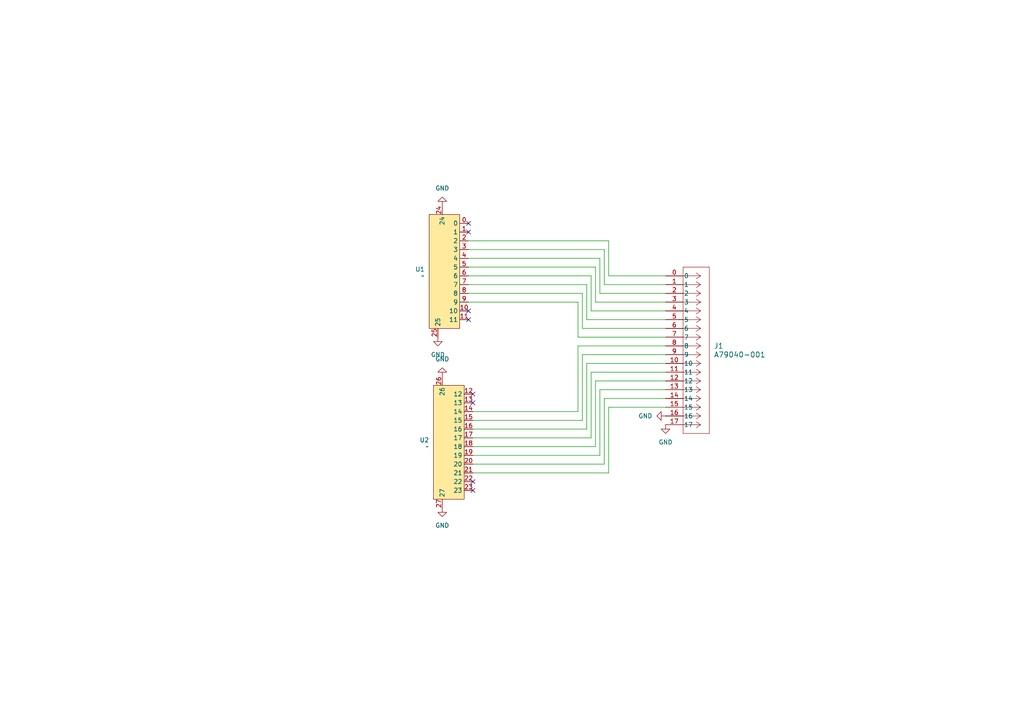
<source format=kicad_sch>
(kicad_sch
	(version 20250114)
	(generator "eeschema")
	(generator_version "9.0")
	(uuid "48b282e1-d1dc-4755-bd87-660842c9744a")
	(paper "A4")
	(lib_symbols
		(symbol "18pin omnetics:A79040-001"
			(pin_names
				(offset 0.254)
			)
			(exclude_from_sim no)
			(in_bom yes)
			(on_board yes)
			(property "Reference" "J1"
				(at 13.97 -20.3199 0)
				(effects
					(font
						(size 1.524 1.524)
					)
					(justify left)
				)
			)
			(property "Value" "A79040-001"
				(at 13.97 -22.8599 0)
				(effects
					(font
						(size 1.524 1.524)
					)
					(justify left)
				)
			)
			(property "Footprint" "CONN18_NPD-18-AA_OMN"
				(at 0 0 0)
				(effects
					(font
						(size 1.27 1.27)
						(italic yes)
					)
					(hide yes)
				)
			)
			(property "Datasheet" "A79040-001"
				(at 0 0 0)
				(effects
					(font
						(size 1.27 1.27)
						(italic yes)
					)
					(hide yes)
				)
			)
			(property "Description" ""
				(at 0 0 0)
				(effects
					(font
						(size 1.27 1.27)
					)
					(hide yes)
				)
			)
			(property "ki_locked" ""
				(at 0 0 0)
				(effects
					(font
						(size 1.27 1.27)
					)
				)
			)
			(property "ki_keywords" "A79040-001"
				(at 0 0 0)
				(effects
					(font
						(size 1.27 1.27)
					)
					(hide yes)
				)
			)
			(property "ki_fp_filters" "CONN18_NPD-18-AA_OMN"
				(at 0 0 0)
				(effects
					(font
						(size 1.27 1.27)
					)
					(hide yes)
				)
			)
			(symbol "A79040-001_1_1"
				(polyline
					(pts
						(xy 5.08 2.54) (xy 5.08 -45.72)
					)
					(stroke
						(width 0.127)
						(type default)
					)
					(fill
						(type none)
					)
				)
				(polyline
					(pts
						(xy 5.08 -45.72) (xy 12.7 -45.72)
					)
					(stroke
						(width 0.127)
						(type default)
					)
					(fill
						(type none)
					)
				)
				(polyline
					(pts
						(xy 10.16 0) (xy 5.08 0)
					)
					(stroke
						(width 0.127)
						(type default)
					)
					(fill
						(type none)
					)
				)
				(polyline
					(pts
						(xy 10.16 0) (xy 8.89 0.8467)
					)
					(stroke
						(width 0.127)
						(type default)
					)
					(fill
						(type none)
					)
				)
				(polyline
					(pts
						(xy 10.16 0) (xy 8.89 -0.8467)
					)
					(stroke
						(width 0.127)
						(type default)
					)
					(fill
						(type none)
					)
				)
				(polyline
					(pts
						(xy 10.16 -2.54) (xy 5.08 -2.54)
					)
					(stroke
						(width 0.127)
						(type default)
					)
					(fill
						(type none)
					)
				)
				(polyline
					(pts
						(xy 10.16 -2.54) (xy 8.89 -1.6933)
					)
					(stroke
						(width 0.127)
						(type default)
					)
					(fill
						(type none)
					)
				)
				(polyline
					(pts
						(xy 10.16 -2.54) (xy 8.89 -3.3867)
					)
					(stroke
						(width 0.127)
						(type default)
					)
					(fill
						(type none)
					)
				)
				(polyline
					(pts
						(xy 10.16 -5.08) (xy 5.08 -5.08)
					)
					(stroke
						(width 0.127)
						(type default)
					)
					(fill
						(type none)
					)
				)
				(polyline
					(pts
						(xy 10.16 -5.08) (xy 8.89 -4.2333)
					)
					(stroke
						(width 0.127)
						(type default)
					)
					(fill
						(type none)
					)
				)
				(polyline
					(pts
						(xy 10.16 -5.08) (xy 8.89 -5.9267)
					)
					(stroke
						(width 0.127)
						(type default)
					)
					(fill
						(type none)
					)
				)
				(polyline
					(pts
						(xy 10.16 -7.62) (xy 5.08 -7.62)
					)
					(stroke
						(width 0.127)
						(type default)
					)
					(fill
						(type none)
					)
				)
				(polyline
					(pts
						(xy 10.16 -7.62) (xy 8.89 -6.7733)
					)
					(stroke
						(width 0.127)
						(type default)
					)
					(fill
						(type none)
					)
				)
				(polyline
					(pts
						(xy 10.16 -7.62) (xy 8.89 -8.4667)
					)
					(stroke
						(width 0.127)
						(type default)
					)
					(fill
						(type none)
					)
				)
				(polyline
					(pts
						(xy 10.16 -10.16) (xy 5.08 -10.16)
					)
					(stroke
						(width 0.127)
						(type default)
					)
					(fill
						(type none)
					)
				)
				(polyline
					(pts
						(xy 10.16 -10.16) (xy 8.89 -9.3133)
					)
					(stroke
						(width 0.127)
						(type default)
					)
					(fill
						(type none)
					)
				)
				(polyline
					(pts
						(xy 10.16 -10.16) (xy 8.89 -11.0067)
					)
					(stroke
						(width 0.127)
						(type default)
					)
					(fill
						(type none)
					)
				)
				(polyline
					(pts
						(xy 10.16 -12.7) (xy 5.08 -12.7)
					)
					(stroke
						(width 0.127)
						(type default)
					)
					(fill
						(type none)
					)
				)
				(polyline
					(pts
						(xy 10.16 -12.7) (xy 8.89 -11.8533)
					)
					(stroke
						(width 0.127)
						(type default)
					)
					(fill
						(type none)
					)
				)
				(polyline
					(pts
						(xy 10.16 -12.7) (xy 8.89 -13.5467)
					)
					(stroke
						(width 0.127)
						(type default)
					)
					(fill
						(type none)
					)
				)
				(polyline
					(pts
						(xy 10.16 -15.24) (xy 5.08 -15.24)
					)
					(stroke
						(width 0.127)
						(type default)
					)
					(fill
						(type none)
					)
				)
				(polyline
					(pts
						(xy 10.16 -15.24) (xy 8.89 -14.3933)
					)
					(stroke
						(width 0.127)
						(type default)
					)
					(fill
						(type none)
					)
				)
				(polyline
					(pts
						(xy 10.16 -15.24) (xy 8.89 -16.0867)
					)
					(stroke
						(width 0.127)
						(type default)
					)
					(fill
						(type none)
					)
				)
				(polyline
					(pts
						(xy 10.16 -17.78) (xy 5.08 -17.78)
					)
					(stroke
						(width 0.127)
						(type default)
					)
					(fill
						(type none)
					)
				)
				(polyline
					(pts
						(xy 10.16 -17.78) (xy 8.89 -16.9333)
					)
					(stroke
						(width 0.127)
						(type default)
					)
					(fill
						(type none)
					)
				)
				(polyline
					(pts
						(xy 10.16 -17.78) (xy 8.89 -18.6267)
					)
					(stroke
						(width 0.127)
						(type default)
					)
					(fill
						(type none)
					)
				)
				(polyline
					(pts
						(xy 10.16 -20.32) (xy 5.08 -20.32)
					)
					(stroke
						(width 0.127)
						(type default)
					)
					(fill
						(type none)
					)
				)
				(polyline
					(pts
						(xy 10.16 -20.32) (xy 8.89 -19.4733)
					)
					(stroke
						(width 0.127)
						(type default)
					)
					(fill
						(type none)
					)
				)
				(polyline
					(pts
						(xy 10.16 -20.32) (xy 8.89 -21.1667)
					)
					(stroke
						(width 0.127)
						(type default)
					)
					(fill
						(type none)
					)
				)
				(polyline
					(pts
						(xy 10.16 -22.86) (xy 5.08 -22.86)
					)
					(stroke
						(width 0.127)
						(type default)
					)
					(fill
						(type none)
					)
				)
				(polyline
					(pts
						(xy 10.16 -22.86) (xy 8.89 -22.0133)
					)
					(stroke
						(width 0.127)
						(type default)
					)
					(fill
						(type none)
					)
				)
				(polyline
					(pts
						(xy 10.16 -22.86) (xy 8.89 -23.7067)
					)
					(stroke
						(width 0.127)
						(type default)
					)
					(fill
						(type none)
					)
				)
				(polyline
					(pts
						(xy 10.16 -25.4) (xy 5.08 -25.4)
					)
					(stroke
						(width 0.127)
						(type default)
					)
					(fill
						(type none)
					)
				)
				(polyline
					(pts
						(xy 10.16 -25.4) (xy 8.89 -24.5533)
					)
					(stroke
						(width 0.127)
						(type default)
					)
					(fill
						(type none)
					)
				)
				(polyline
					(pts
						(xy 10.16 -25.4) (xy 8.89 -26.2467)
					)
					(stroke
						(width 0.127)
						(type default)
					)
					(fill
						(type none)
					)
				)
				(polyline
					(pts
						(xy 10.16 -27.94) (xy 5.08 -27.94)
					)
					(stroke
						(width 0.127)
						(type default)
					)
					(fill
						(type none)
					)
				)
				(polyline
					(pts
						(xy 10.16 -27.94) (xy 8.89 -27.0933)
					)
					(stroke
						(width 0.127)
						(type default)
					)
					(fill
						(type none)
					)
				)
				(polyline
					(pts
						(xy 10.16 -27.94) (xy 8.89 -28.7867)
					)
					(stroke
						(width 0.127)
						(type default)
					)
					(fill
						(type none)
					)
				)
				(polyline
					(pts
						(xy 10.16 -30.48) (xy 5.08 -30.48)
					)
					(stroke
						(width 0.127)
						(type default)
					)
					(fill
						(type none)
					)
				)
				(polyline
					(pts
						(xy 10.16 -30.48) (xy 8.89 -29.6333)
					)
					(stroke
						(width 0.127)
						(type default)
					)
					(fill
						(type none)
					)
				)
				(polyline
					(pts
						(xy 10.16 -30.48) (xy 8.89 -31.3267)
					)
					(stroke
						(width 0.127)
						(type default)
					)
					(fill
						(type none)
					)
				)
				(polyline
					(pts
						(xy 10.16 -33.02) (xy 5.08 -33.02)
					)
					(stroke
						(width 0.127)
						(type default)
					)
					(fill
						(type none)
					)
				)
				(polyline
					(pts
						(xy 10.16 -33.02) (xy 8.89 -32.1733)
					)
					(stroke
						(width 0.127)
						(type default)
					)
					(fill
						(type none)
					)
				)
				(polyline
					(pts
						(xy 10.16 -33.02) (xy 8.89 -33.8667)
					)
					(stroke
						(width 0.127)
						(type default)
					)
					(fill
						(type none)
					)
				)
				(polyline
					(pts
						(xy 10.16 -35.56) (xy 5.08 -35.56)
					)
					(stroke
						(width 0.127)
						(type default)
					)
					(fill
						(type none)
					)
				)
				(polyline
					(pts
						(xy 10.16 -35.56) (xy 8.89 -34.7133)
					)
					(stroke
						(width 0.127)
						(type default)
					)
					(fill
						(type none)
					)
				)
				(polyline
					(pts
						(xy 10.16 -35.56) (xy 8.89 -36.4067)
					)
					(stroke
						(width 0.127)
						(type default)
					)
					(fill
						(type none)
					)
				)
				(polyline
					(pts
						(xy 10.16 -38.1) (xy 5.08 -38.1)
					)
					(stroke
						(width 0.127)
						(type default)
					)
					(fill
						(type none)
					)
				)
				(polyline
					(pts
						(xy 10.16 -38.1) (xy 8.89 -37.2533)
					)
					(stroke
						(width 0.127)
						(type default)
					)
					(fill
						(type none)
					)
				)
				(polyline
					(pts
						(xy 10.16 -38.1) (xy 8.89 -38.9467)
					)
					(stroke
						(width 0.127)
						(type default)
					)
					(fill
						(type none)
					)
				)
				(polyline
					(pts
						(xy 10.16 -40.64) (xy 5.08 -40.64)
					)
					(stroke
						(width 0.127)
						(type default)
					)
					(fill
						(type none)
					)
				)
				(polyline
					(pts
						(xy 10.16 -40.64) (xy 8.89 -39.7933)
					)
					(stroke
						(width 0.127)
						(type default)
					)
					(fill
						(type none)
					)
				)
				(polyline
					(pts
						(xy 10.16 -40.64) (xy 8.89 -41.4867)
					)
					(stroke
						(width 0.127)
						(type default)
					)
					(fill
						(type none)
					)
				)
				(polyline
					(pts
						(xy 10.16 -43.18) (xy 5.08 -43.18)
					)
					(stroke
						(width 0.127)
						(type default)
					)
					(fill
						(type none)
					)
				)
				(polyline
					(pts
						(xy 10.16 -43.18) (xy 8.89 -42.3333)
					)
					(stroke
						(width 0.127)
						(type default)
					)
					(fill
						(type none)
					)
				)
				(polyline
					(pts
						(xy 10.16 -43.18) (xy 8.89 -44.0267)
					)
					(stroke
						(width 0.127)
						(type default)
					)
					(fill
						(type none)
					)
				)
				(polyline
					(pts
						(xy 12.7 2.54) (xy 5.08 2.54)
					)
					(stroke
						(width 0.127)
						(type default)
					)
					(fill
						(type none)
					)
				)
				(polyline
					(pts
						(xy 12.7 -45.72) (xy 12.7 2.54)
					)
					(stroke
						(width 0.127)
						(type default)
					)
					(fill
						(type none)
					)
				)
				(pin unspecified line
					(at 0 0 0)
					(length 5.08)
					(name "0"
						(effects
							(font
								(size 1.27 1.27)
							)
						)
					)
					(number "0"
						(effects
							(font
								(size 1.27 1.27)
							)
						)
					)
				)
				(pin unspecified line
					(at 0 -2.54 0)
					(length 5.08)
					(name "1"
						(effects
							(font
								(size 1.27 1.27)
							)
						)
					)
					(number "1"
						(effects
							(font
								(size 1.27 1.27)
							)
						)
					)
				)
				(pin unspecified line
					(at 0 -5.08 0)
					(length 5.08)
					(name "2"
						(effects
							(font
								(size 1.27 1.27)
							)
						)
					)
					(number "2"
						(effects
							(font
								(size 1.27 1.27)
							)
						)
					)
				)
				(pin unspecified line
					(at 0 -7.62 0)
					(length 5.08)
					(name "3"
						(effects
							(font
								(size 1.27 1.27)
							)
						)
					)
					(number "3"
						(effects
							(font
								(size 1.27 1.27)
							)
						)
					)
				)
				(pin unspecified line
					(at 0 -10.16 0)
					(length 5.08)
					(name "4"
						(effects
							(font
								(size 1.27 1.27)
							)
						)
					)
					(number "4"
						(effects
							(font
								(size 1.27 1.27)
							)
						)
					)
				)
				(pin unspecified line
					(at 0 -12.7 0)
					(length 5.08)
					(name "5"
						(effects
							(font
								(size 1.27 1.27)
							)
						)
					)
					(number "5"
						(effects
							(font
								(size 1.27 1.27)
							)
						)
					)
				)
				(pin unspecified line
					(at 0 -15.24 0)
					(length 5.08)
					(name "6"
						(effects
							(font
								(size 1.27 1.27)
							)
						)
					)
					(number "6"
						(effects
							(font
								(size 1.27 1.27)
							)
						)
					)
				)
				(pin unspecified line
					(at 0 -17.78 0)
					(length 5.08)
					(name "7"
						(effects
							(font
								(size 1.27 1.27)
							)
						)
					)
					(number "7"
						(effects
							(font
								(size 1.27 1.27)
							)
						)
					)
				)
				(pin unspecified line
					(at 0 -20.32 0)
					(length 5.08)
					(name "8"
						(effects
							(font
								(size 1.27 1.27)
							)
						)
					)
					(number "8"
						(effects
							(font
								(size 1.27 1.27)
							)
						)
					)
				)
				(pin unspecified line
					(at 0 -22.86 0)
					(length 5.08)
					(name "9"
						(effects
							(font
								(size 1.27 1.27)
							)
						)
					)
					(number "9"
						(effects
							(font
								(size 1.27 1.27)
							)
						)
					)
				)
				(pin unspecified line
					(at 0 -25.4 0)
					(length 5.08)
					(name "10"
						(effects
							(font
								(size 1.27 1.27)
							)
						)
					)
					(number "10"
						(effects
							(font
								(size 1.27 1.27)
							)
						)
					)
				)
				(pin unspecified line
					(at 0 -27.94 0)
					(length 5.08)
					(name "11"
						(effects
							(font
								(size 1.27 1.27)
							)
						)
					)
					(number "11"
						(effects
							(font
								(size 1.27 1.27)
							)
						)
					)
				)
				(pin unspecified line
					(at 0 -30.48 0)
					(length 5.08)
					(name "12"
						(effects
							(font
								(size 1.27 1.27)
							)
						)
					)
					(number "12"
						(effects
							(font
								(size 1.27 1.27)
							)
						)
					)
				)
				(pin unspecified line
					(at 0 -33.02 0)
					(length 5.08)
					(name "13"
						(effects
							(font
								(size 1.27 1.27)
							)
						)
					)
					(number "13"
						(effects
							(font
								(size 1.27 1.27)
							)
						)
					)
				)
				(pin unspecified line
					(at 0 -35.56 0)
					(length 5.08)
					(name "14"
						(effects
							(font
								(size 1.27 1.27)
							)
						)
					)
					(number "14"
						(effects
							(font
								(size 1.27 1.27)
							)
						)
					)
				)
				(pin unspecified line
					(at 0 -38.1 0)
					(length 5.08)
					(name "15"
						(effects
							(font
								(size 1.27 1.27)
							)
						)
					)
					(number "15"
						(effects
							(font
								(size 1.27 1.27)
							)
						)
					)
				)
				(pin unspecified line
					(at 0 -40.64 0)
					(length 5.08)
					(name "16"
						(effects
							(font
								(size 1.27 1.27)
							)
						)
					)
					(number "16"
						(effects
							(font
								(size 1.27 1.27)
							)
						)
					)
				)
				(pin unspecified line
					(at 0 -43.18 0)
					(length 5.08)
					(name "17"
						(effects
							(font
								(size 1.27 1.27)
							)
						)
					)
					(number "17"
						(effects
							(font
								(size 1.27 1.27)
							)
						)
					)
				)
			)
			(symbol "A79040-001_1_2"
				(polyline
					(pts
						(xy 5.08 2.54) (xy 5.08 -45.72)
					)
					(stroke
						(width 0.127)
						(type default)
					)
					(fill
						(type none)
					)
				)
				(polyline
					(pts
						(xy 5.08 -45.72) (xy 12.7 -45.72)
					)
					(stroke
						(width 0.127)
						(type default)
					)
					(fill
						(type none)
					)
				)
				(polyline
					(pts
						(xy 7.62 0) (xy 5.08 0)
					)
					(stroke
						(width 0.127)
						(type default)
					)
					(fill
						(type none)
					)
				)
				(polyline
					(pts
						(xy 7.62 0) (xy 8.89 0.8467)
					)
					(stroke
						(width 0.127)
						(type default)
					)
					(fill
						(type none)
					)
				)
				(polyline
					(pts
						(xy 7.62 0) (xy 8.89 -0.8467)
					)
					(stroke
						(width 0.127)
						(type default)
					)
					(fill
						(type none)
					)
				)
				(polyline
					(pts
						(xy 7.62 -2.54) (xy 5.08 -2.54)
					)
					(stroke
						(width 0.127)
						(type default)
					)
					(fill
						(type none)
					)
				)
				(polyline
					(pts
						(xy 7.62 -2.54) (xy 8.89 -1.6933)
					)
					(stroke
						(width 0.127)
						(type default)
					)
					(fill
						(type none)
					)
				)
				(polyline
					(pts
						(xy 7.62 -2.54) (xy 8.89 -3.3867)
					)
					(stroke
						(width 0.127)
						(type default)
					)
					(fill
						(type none)
					)
				)
				(polyline
					(pts
						(xy 7.62 -5.08) (xy 5.08 -5.08)
					)
					(stroke
						(width 0.127)
						(type default)
					)
					(fill
						(type none)
					)
				)
				(polyline
					(pts
						(xy 7.62 -5.08) (xy 8.89 -4.2333)
					)
					(stroke
						(width 0.127)
						(type default)
					)
					(fill
						(type none)
					)
				)
				(polyline
					(pts
						(xy 7.62 -5.08) (xy 8.89 -5.9267)
					)
					(stroke
						(width 0.127)
						(type default)
					)
					(fill
						(type none)
					)
				)
				(polyline
					(pts
						(xy 7.62 -7.62) (xy 5.08 -7.62)
					)
					(stroke
						(width 0.127)
						(type default)
					)
					(fill
						(type none)
					)
				)
				(polyline
					(pts
						(xy 7.62 -7.62) (xy 8.89 -6.7733)
					)
					(stroke
						(width 0.127)
						(type default)
					)
					(fill
						(type none)
					)
				)
				(polyline
					(pts
						(xy 7.62 -7.62) (xy 8.89 -8.4667)
					)
					(stroke
						(width 0.127)
						(type default)
					)
					(fill
						(type none)
					)
				)
				(polyline
					(pts
						(xy 7.62 -10.16) (xy 5.08 -10.16)
					)
					(stroke
						(width 0.127)
						(type default)
					)
					(fill
						(type none)
					)
				)
				(polyline
					(pts
						(xy 7.62 -10.16) (xy 8.89 -9.3133)
					)
					(stroke
						(width 0.127)
						(type default)
					)
					(fill
						(type none)
					)
				)
				(polyline
					(pts
						(xy 7.62 -10.16) (xy 8.89 -11.0067)
					)
					(stroke
						(width 0.127)
						(type default)
					)
					(fill
						(type none)
					)
				)
				(polyline
					(pts
						(xy 7.62 -12.7) (xy 5.08 -12.7)
					)
					(stroke
						(width 0.127)
						(type default)
					)
					(fill
						(type none)
					)
				)
				(polyline
					(pts
						(xy 7.62 -12.7) (xy 8.89 -11.8533)
					)
					(stroke
						(width 0.127)
						(type default)
					)
					(fill
						(type none)
					)
				)
				(polyline
					(pts
						(xy 7.62 -12.7) (xy 8.89 -13.5467)
					)
					(stroke
						(width 0.127)
						(type default)
					)
					(fill
						(type none)
					)
				)
				(polyline
					(pts
						(xy 7.62 -15.24) (xy 5.08 -15.24)
					)
					(stroke
						(width 0.127)
						(type default)
					)
					(fill
						(type none)
					)
				)
				(polyline
					(pts
						(xy 7.62 -15.24) (xy 8.89 -14.3933)
					)
					(stroke
						(width 0.127)
						(type default)
					)
					(fill
						(type none)
					)
				)
				(polyline
					(pts
						(xy 7.62 -15.24) (xy 8.89 -16.0867)
					)
					(stroke
						(width 0.127)
						(type default)
					)
					(fill
						(type none)
					)
				)
				(polyline
					(pts
						(xy 7.62 -17.78) (xy 5.08 -17.78)
					)
					(stroke
						(width 0.127)
						(type default)
					)
					(fill
						(type none)
					)
				)
				(polyline
					(pts
						(xy 7.62 -17.78) (xy 8.89 -16.9333)
					)
					(stroke
						(width 0.127)
						(type default)
					)
					(fill
						(type none)
					)
				)
				(polyline
					(pts
						(xy 7.62 -17.78) (xy 8.89 -18.6267)
					)
					(stroke
						(width 0.127)
						(type default)
					)
					(fill
						(type none)
					)
				)
				(polyline
					(pts
						(xy 7.62 -20.32) (xy 5.08 -20.32)
					)
					(stroke
						(width 0.127)
						(type default)
					)
					(fill
						(type none)
					)
				)
				(polyline
					(pts
						(xy 7.62 -20.32) (xy 8.89 -19.4733)
					)
					(stroke
						(width 0.127)
						(type default)
					)
					(fill
						(type none)
					)
				)
				(polyline
					(pts
						(xy 7.62 -20.32) (xy 8.89 -21.1667)
					)
					(stroke
						(width 0.127)
						(type default)
					)
					(fill
						(type none)
					)
				)
				(polyline
					(pts
						(xy 7.62 -22.86) (xy 5.08 -22.86)
					)
					(stroke
						(width 0.127)
						(type default)
					)
					(fill
						(type none)
					)
				)
				(polyline
					(pts
						(xy 7.62 -22.86) (xy 8.89 -22.0133)
					)
					(stroke
						(width 0.127)
						(type default)
					)
					(fill
						(type none)
					)
				)
				(polyline
					(pts
						(xy 7.62 -22.86) (xy 8.89 -23.7067)
					)
					(stroke
						(width 0.127)
						(type default)
					)
					(fill
						(type none)
					)
				)
				(polyline
					(pts
						(xy 7.62 -25.4) (xy 5.08 -25.4)
					)
					(stroke
						(width 0.127)
						(type default)
					)
					(fill
						(type none)
					)
				)
				(polyline
					(pts
						(xy 7.62 -25.4) (xy 8.89 -24.5533)
					)
					(stroke
						(width 0.127)
						(type default)
					)
					(fill
						(type none)
					)
				)
				(polyline
					(pts
						(xy 7.62 -25.4) (xy 8.89 -26.2467)
					)
					(stroke
						(width 0.127)
						(type default)
					)
					(fill
						(type none)
					)
				)
				(polyline
					(pts
						(xy 7.62 -27.94) (xy 5.08 -27.94)
					)
					(stroke
						(width 0.127)
						(type default)
					)
					(fill
						(type none)
					)
				)
				(polyline
					(pts
						(xy 7.62 -27.94) (xy 8.89 -27.0933)
					)
					(stroke
						(width 0.127)
						(type default)
					)
					(fill
						(type none)
					)
				)
				(polyline
					(pts
						(xy 7.62 -27.94) (xy 8.89 -28.7867)
					)
					(stroke
						(width 0.127)
						(type default)
					)
					(fill
						(type none)
					)
				)
				(polyline
					(pts
						(xy 7.62 -30.48) (xy 5.08 -30.48)
					)
					(stroke
						(width 0.127)
						(type default)
					)
					(fill
						(type none)
					)
				)
				(polyline
					(pts
						(xy 7.62 -30.48) (xy 8.89 -29.6333)
					)
					(stroke
						(width 0.127)
						(type default)
					)
					(fill
						(type none)
					)
				)
				(polyline
					(pts
						(xy 7.62 -30.48) (xy 8.89 -31.3267)
					)
					(stroke
						(width 0.127)
						(type default)
					)
					(fill
						(type none)
					)
				)
				(polyline
					(pts
						(xy 7.62 -33.02) (xy 5.08 -33.02)
					)
					(stroke
						(width 0.127)
						(type default)
					)
					(fill
						(type none)
					)
				)
				(polyline
					(pts
						(xy 7.62 -33.02) (xy 8.89 -32.1733)
					)
					(stroke
						(width 0.127)
						(type default)
					)
					(fill
						(type none)
					)
				)
				(polyline
					(pts
						(xy 7.62 -33.02) (xy 8.89 -33.8667)
					)
					(stroke
						(width 0.127)
						(type default)
					)
					(fill
						(type none)
					)
				)
				(polyline
					(pts
						(xy 7.62 -35.56) (xy 5.08 -35.56)
					)
					(stroke
						(width 0.127)
						(type default)
					)
					(fill
						(type none)
					)
				)
				(polyline
					(pts
						(xy 7.62 -35.56) (xy 8.89 -34.7133)
					)
					(stroke
						(width 0.127)
						(type default)
					)
					(fill
						(type none)
					)
				)
				(polyline
					(pts
						(xy 7.62 -35.56) (xy 8.89 -36.4067)
					)
					(stroke
						(width 0.127)
						(type default)
					)
					(fill
						(type none)
					)
				)
				(polyline
					(pts
						(xy 7.62 -38.1) (xy 5.08 -38.1)
					)
					(stroke
						(width 0.127)
						(type default)
					)
					(fill
						(type none)
					)
				)
				(polyline
					(pts
						(xy 7.62 -38.1) (xy 8.89 -37.2533)
					)
					(stroke
						(width 0.127)
						(type default)
					)
					(fill
						(type none)
					)
				)
				(polyline
					(pts
						(xy 7.62 -38.1) (xy 8.89 -38.9467)
					)
					(stroke
						(width 0.127)
						(type default)
					)
					(fill
						(type none)
					)
				)
				(polyline
					(pts
						(xy 7.62 -40.64) (xy 5.08 -40.64)
					)
					(stroke
						(width 0.127)
						(type default)
					)
					(fill
						(type none)
					)
				)
				(polyline
					(pts
						(xy 7.62 -40.64) (xy 8.89 -39.7933)
					)
					(stroke
						(width 0.127)
						(type default)
					)
					(fill
						(type none)
					)
				)
				(polyline
					(pts
						(xy 7.62 -40.64) (xy 8.89 -41.4867)
					)
					(stroke
						(width 0.127)
						(type default)
					)
					(fill
						(type none)
					)
				)
				(polyline
					(pts
						(xy 7.62 -43.18) (xy 5.08 -43.18)
					)
					(stroke
						(width 0.127)
						(type default)
					)
					(fill
						(type none)
					)
				)
				(polyline
					(pts
						(xy 7.62 -43.18) (xy 8.89 -42.3333)
					)
					(stroke
						(width 0.127)
						(type default)
					)
					(fill
						(type none)
					)
				)
				(polyline
					(pts
						(xy 7.62 -43.18) (xy 8.89 -44.0267)
					)
					(stroke
						(width 0.127)
						(type default)
					)
					(fill
						(type none)
					)
				)
				(polyline
					(pts
						(xy 12.7 2.54) (xy 5.08 2.54)
					)
					(stroke
						(width 0.127)
						(type default)
					)
					(fill
						(type none)
					)
				)
				(polyline
					(pts
						(xy 12.7 -45.72) (xy 12.7 2.54)
					)
					(stroke
						(width 0.127)
						(type default)
					)
					(fill
						(type none)
					)
				)
				(pin unspecified line
					(at 0 0 0)
					(length 5.08)
					(name "1"
						(effects
							(font
								(size 1.27 1.27)
							)
						)
					)
					(number "1"
						(effects
							(font
								(size 1.27 1.27)
							)
						)
					)
				)
				(pin unspecified line
					(at 0 -2.54 0)
					(length 5.08)
					(name "2"
						(effects
							(font
								(size 1.27 1.27)
							)
						)
					)
					(number "2"
						(effects
							(font
								(size 1.27 1.27)
							)
						)
					)
				)
				(pin unspecified line
					(at 0 -5.08 0)
					(length 5.08)
					(name "3"
						(effects
							(font
								(size 1.27 1.27)
							)
						)
					)
					(number "3"
						(effects
							(font
								(size 1.27 1.27)
							)
						)
					)
				)
				(pin unspecified line
					(at 0 -7.62 0)
					(length 5.08)
					(name "4"
						(effects
							(font
								(size 1.27 1.27)
							)
						)
					)
					(number "4"
						(effects
							(font
								(size 1.27 1.27)
							)
						)
					)
				)
				(pin unspecified line
					(at 0 -10.16 0)
					(length 5.08)
					(name "5"
						(effects
							(font
								(size 1.27 1.27)
							)
						)
					)
					(number "5"
						(effects
							(font
								(size 1.27 1.27)
							)
						)
					)
				)
				(pin unspecified line
					(at 0 -12.7 0)
					(length 5.08)
					(name "6"
						(effects
							(font
								(size 1.27 1.27)
							)
						)
					)
					(number "6"
						(effects
							(font
								(size 1.27 1.27)
							)
						)
					)
				)
				(pin unspecified line
					(at 0 -15.24 0)
					(length 5.08)
					(name "7"
						(effects
							(font
								(size 1.27 1.27)
							)
						)
					)
					(number "7"
						(effects
							(font
								(size 1.27 1.27)
							)
						)
					)
				)
				(pin unspecified line
					(at 0 -17.78 0)
					(length 5.08)
					(name "8"
						(effects
							(font
								(size 1.27 1.27)
							)
						)
					)
					(number "8"
						(effects
							(font
								(size 1.27 1.27)
							)
						)
					)
				)
				(pin unspecified line
					(at 0 -20.32 0)
					(length 5.08)
					(name "9"
						(effects
							(font
								(size 1.27 1.27)
							)
						)
					)
					(number "9"
						(effects
							(font
								(size 1.27 1.27)
							)
						)
					)
				)
				(pin unspecified line
					(at 0 -22.86 0)
					(length 5.08)
					(name "10"
						(effects
							(font
								(size 1.27 1.27)
							)
						)
					)
					(number "10"
						(effects
							(font
								(size 1.27 1.27)
							)
						)
					)
				)
				(pin unspecified line
					(at 0 -25.4 0)
					(length 5.08)
					(name "11"
						(effects
							(font
								(size 1.27 1.27)
							)
						)
					)
					(number "11"
						(effects
							(font
								(size 1.27 1.27)
							)
						)
					)
				)
				(pin unspecified line
					(at 0 -27.94 0)
					(length 5.08)
					(name "12"
						(effects
							(font
								(size 1.27 1.27)
							)
						)
					)
					(number "12"
						(effects
							(font
								(size 1.27 1.27)
							)
						)
					)
				)
				(pin unspecified line
					(at 0 -30.48 0)
					(length 5.08)
					(name "13"
						(effects
							(font
								(size 1.27 1.27)
							)
						)
					)
					(number "13"
						(effects
							(font
								(size 1.27 1.27)
							)
						)
					)
				)
				(pin unspecified line
					(at 0 -33.02 0)
					(length 5.08)
					(name "14"
						(effects
							(font
								(size 1.27 1.27)
							)
						)
					)
					(number "14"
						(effects
							(font
								(size 1.27 1.27)
							)
						)
					)
				)
				(pin unspecified line
					(at 0 -35.56 0)
					(length 5.08)
					(name "15"
						(effects
							(font
								(size 1.27 1.27)
							)
						)
					)
					(number "15"
						(effects
							(font
								(size 1.27 1.27)
							)
						)
					)
				)
				(pin unspecified line
					(at 0 -38.1 0)
					(length 5.08)
					(name "16"
						(effects
							(font
								(size 1.27 1.27)
							)
						)
					)
					(number "16"
						(effects
							(font
								(size 1.27 1.27)
							)
						)
					)
				)
				(pin unspecified line
					(at 0 -40.64 0)
					(length 5.08)
					(name "17"
						(effects
							(font
								(size 1.27 1.27)
							)
						)
					)
					(number "17"
						(effects
							(font
								(size 1.27 1.27)
							)
						)
					)
				)
				(pin unspecified line
					(at 0 -43.18 0)
					(length 5.08)
					(name "18"
						(effects
							(font
								(size 1.27 1.27)
							)
						)
					)
					(number "18"
						(effects
							(font
								(size 1.27 1.27)
							)
						)
					)
				)
			)
			(embedded_fonts no)
		)
		(symbol "USB plug:699C124-2A6-111_USB_first half"
			(exclude_from_sim no)
			(in_bom yes)
			(on_board yes)
			(property "Reference" "U1"
				(at -1.27 -15.8749 0)
				(effects
					(font
						(size 1.27 1.27)
					)
					(justify right)
				)
			)
			(property "Value" "~"
				(at -1.27 -17.78 0)
				(effects
					(font
						(size 1.27 1.27)
					)
					(justify right)
				)
			)
			(property "Footprint" "USBPlug:699C124-2A6-111 USB Plug_first half"
				(at -1.27 -34.29 0)
				(effects
					(font
						(size 1.27 1.27)
					)
					(hide yes)
				)
			)
			(property "Datasheet" ""
				(at 0 0 0)
				(effects
					(font
						(size 1.27 1.27)
					)
					(hide yes)
				)
			)
			(property "Description" ""
				(at 0 0 0)
				(effects
					(font
						(size 1.27 1.27)
					)
					(hide yes)
				)
			)
			(symbol "699C124-2A6-111_USB_first half_1_1"
				(rectangle
					(start 0 0)
					(end 8.89 -33.02)
					(stroke
						(width 0)
						(type solid)
					)
					(fill
						(type color)
						(color 255 234 158 1)
					)
				)
				(pin unspecified line
					(at 2.54 -35.56 90)
					(length 2.54)
					(name "25"
						(effects
							(font
								(size 1.27 1.27)
							)
						)
					)
					(number "25"
						(effects
							(font
								(size 1.27 1.27)
							)
						)
					)
				)
				(pin unspecified line
					(at 3.81 2.54 270)
					(length 2.54)
					(name "24"
						(effects
							(font
								(size 1.27 1.27)
							)
						)
					)
					(number "24"
						(effects
							(font
								(size 1.27 1.27)
							)
						)
					)
				)
				(pin unspecified line
					(at 11.43 -2.54 180)
					(length 2.54)
					(name "0"
						(effects
							(font
								(size 1.27 1.27)
							)
						)
					)
					(number "0"
						(effects
							(font
								(size 1.27 1.27)
							)
						)
					)
				)
				(pin unspecified line
					(at 11.43 -5.08 180)
					(length 2.54)
					(name "1"
						(effects
							(font
								(size 1.27 1.27)
							)
						)
					)
					(number "1"
						(effects
							(font
								(size 1.27 1.27)
							)
						)
					)
				)
				(pin unspecified line
					(at 11.43 -7.62 180)
					(length 2.54)
					(name "2"
						(effects
							(font
								(size 1.27 1.27)
							)
						)
					)
					(number "2"
						(effects
							(font
								(size 1.27 1.27)
							)
						)
					)
				)
				(pin unspecified line
					(at 11.43 -10.16 180)
					(length 2.54)
					(name "3"
						(effects
							(font
								(size 1.27 1.27)
							)
						)
					)
					(number "3"
						(effects
							(font
								(size 1.27 1.27)
							)
						)
					)
				)
				(pin unspecified line
					(at 11.43 -12.7 180)
					(length 2.54)
					(name "4"
						(effects
							(font
								(size 1.27 1.27)
							)
						)
					)
					(number "4"
						(effects
							(font
								(size 1.27 1.27)
							)
						)
					)
				)
				(pin unspecified line
					(at 11.43 -15.24 180)
					(length 2.54)
					(name "5"
						(effects
							(font
								(size 1.27 1.27)
							)
						)
					)
					(number "5"
						(effects
							(font
								(size 1.27 1.27)
							)
						)
					)
				)
				(pin unspecified line
					(at 11.43 -17.78 180)
					(length 2.54)
					(name "6"
						(effects
							(font
								(size 1.27 1.27)
							)
						)
					)
					(number "6"
						(effects
							(font
								(size 1.27 1.27)
							)
						)
					)
				)
				(pin unspecified line
					(at 11.43 -20.32 180)
					(length 2.54)
					(name "7"
						(effects
							(font
								(size 1.27 1.27)
							)
						)
					)
					(number "7"
						(effects
							(font
								(size 1.27 1.27)
							)
						)
					)
				)
				(pin unspecified line
					(at 11.43 -22.86 180)
					(length 2.54)
					(name "8"
						(effects
							(font
								(size 1.27 1.27)
							)
						)
					)
					(number "8"
						(effects
							(font
								(size 1.27 1.27)
							)
						)
					)
				)
				(pin unspecified line
					(at 11.43 -25.4 180)
					(length 2.54)
					(name "9"
						(effects
							(font
								(size 1.27 1.27)
							)
						)
					)
					(number "9"
						(effects
							(font
								(size 1.27 1.27)
							)
						)
					)
				)
				(pin unspecified line
					(at 11.43 -27.94 180)
					(length 2.54)
					(name "10"
						(effects
							(font
								(size 1.27 1.27)
							)
						)
					)
					(number "10"
						(effects
							(font
								(size 1.27 1.27)
							)
						)
					)
				)
				(pin unspecified line
					(at 11.43 -30.48 180)
					(length 2.54)
					(name "11"
						(effects
							(font
								(size 1.27 1.27)
							)
						)
					)
					(number "11"
						(effects
							(font
								(size 1.27 1.27)
							)
						)
					)
				)
			)
			(embedded_fonts no)
		)
		(symbol "USB plug:699C124-2A6-111_USB_second_half"
			(exclude_from_sim no)
			(in_bom yes)
			(on_board yes)
			(property "Reference" "U2"
				(at 1.27 -15.8749 0)
				(effects
					(font
						(size 1.27 1.27)
					)
					(justify left)
				)
			)
			(property "Value" "~"
				(at 1.27 -17.78 0)
				(effects
					(font
						(size 1.27 1.27)
					)
					(justify left)
				)
			)
			(property "Footprint" "USBPlug:699C124-2A6-111 USB Plug_second half"
				(at -1.27 -34.29 0)
				(effects
					(font
						(size 1.27 1.27)
					)
					(hide yes)
				)
			)
			(property "Datasheet" ""
				(at 0 0 0)
				(effects
					(font
						(size 1.27 1.27)
					)
					(hide yes)
				)
			)
			(property "Description" ""
				(at 0 0 0)
				(effects
					(font
						(size 1.27 1.27)
					)
					(hide yes)
				)
			)
			(symbol "699C124-2A6-111_USB_second_half_1_1"
				(rectangle
					(start -8.89 0)
					(end 0 -33.02)
					(stroke
						(width 0)
						(type solid)
					)
					(fill
						(type color)
						(color 255 234 158 1)
					)
				)
				(pin unspecified line
					(at -11.43 -2.54 0)
					(length 2.54)
					(name "12"
						(effects
							(font
								(size 1.27 1.27)
							)
						)
					)
					(number "12"
						(effects
							(font
								(size 1.27 1.27)
							)
						)
					)
				)
				(pin unspecified line
					(at -11.43 -5.08 0)
					(length 2.54)
					(name "13"
						(effects
							(font
								(size 1.27 1.27)
							)
						)
					)
					(number "13"
						(effects
							(font
								(size 1.27 1.27)
							)
						)
					)
				)
				(pin unspecified line
					(at -11.43 -7.62 0)
					(length 2.54)
					(name "14"
						(effects
							(font
								(size 1.27 1.27)
							)
						)
					)
					(number "14"
						(effects
							(font
								(size 1.27 1.27)
							)
						)
					)
				)
				(pin unspecified line
					(at -11.43 -10.16 0)
					(length 2.54)
					(name "15"
						(effects
							(font
								(size 1.27 1.27)
							)
						)
					)
					(number "15"
						(effects
							(font
								(size 1.27 1.27)
							)
						)
					)
				)
				(pin unspecified line
					(at -11.43 -12.7 0)
					(length 2.54)
					(name "16"
						(effects
							(font
								(size 1.27 1.27)
							)
						)
					)
					(number "16"
						(effects
							(font
								(size 1.27 1.27)
							)
						)
					)
				)
				(pin unspecified line
					(at -11.43 -15.24 0)
					(length 2.54)
					(name "17"
						(effects
							(font
								(size 1.27 1.27)
							)
						)
					)
					(number "17"
						(effects
							(font
								(size 1.27 1.27)
							)
						)
					)
				)
				(pin unspecified line
					(at -11.43 -17.78 0)
					(length 2.54)
					(name "18"
						(effects
							(font
								(size 1.27 1.27)
							)
						)
					)
					(number "18"
						(effects
							(font
								(size 1.27 1.27)
							)
						)
					)
				)
				(pin unspecified line
					(at -11.43 -20.32 0)
					(length 2.54)
					(name "19"
						(effects
							(font
								(size 1.27 1.27)
							)
						)
					)
					(number "19"
						(effects
							(font
								(size 1.27 1.27)
							)
						)
					)
				)
				(pin unspecified line
					(at -11.43 -22.86 0)
					(length 2.54)
					(name "20"
						(effects
							(font
								(size 1.27 1.27)
							)
						)
					)
					(number "20"
						(effects
							(font
								(size 1.27 1.27)
							)
						)
					)
				)
				(pin unspecified line
					(at -11.43 -25.4 0)
					(length 2.54)
					(name "21"
						(effects
							(font
								(size 1.27 1.27)
							)
						)
					)
					(number "21"
						(effects
							(font
								(size 1.27 1.27)
							)
						)
					)
				)
				(pin unspecified line
					(at -11.43 -27.94 0)
					(length 2.54)
					(name "22"
						(effects
							(font
								(size 1.27 1.27)
							)
						)
					)
					(number "22"
						(effects
							(font
								(size 1.27 1.27)
							)
						)
					)
				)
				(pin unspecified line
					(at -11.43 -30.48 0)
					(length 2.54)
					(name "23"
						(effects
							(font
								(size 1.27 1.27)
							)
						)
					)
					(number "23"
						(effects
							(font
								(size 1.27 1.27)
							)
						)
					)
				)
				(pin unspecified line
					(at -2.54 2.54 270)
					(length 2.54)
					(name "26"
						(effects
							(font
								(size 1.27 1.27)
							)
						)
					)
					(number "26"
						(effects
							(font
								(size 1.27 1.27)
							)
						)
					)
				)
				(pin unspecified line
					(at -2.54 -35.56 90)
					(length 2.54)
					(name "27"
						(effects
							(font
								(size 1.27 1.27)
							)
						)
					)
					(number "27"
						(effects
							(font
								(size 1.27 1.27)
							)
						)
					)
				)
			)
			(embedded_fonts no)
		)
		(symbol "power:GND"
			(power)
			(pin_numbers
				(hide yes)
			)
			(pin_names
				(offset 0)
				(hide yes)
			)
			(exclude_from_sim no)
			(in_bom yes)
			(on_board yes)
			(property "Reference" "#PWR"
				(at 0 -6.35 0)
				(effects
					(font
						(size 1.27 1.27)
					)
					(hide yes)
				)
			)
			(property "Value" "GND"
				(at 0 -3.81 0)
				(effects
					(font
						(size 1.27 1.27)
					)
				)
			)
			(property "Footprint" ""
				(at 0 0 0)
				(effects
					(font
						(size 1.27 1.27)
					)
					(hide yes)
				)
			)
			(property "Datasheet" ""
				(at 0 0 0)
				(effects
					(font
						(size 1.27 1.27)
					)
					(hide yes)
				)
			)
			(property "Description" "Power symbol creates a global label with name \"GND\" , ground"
				(at 0 0 0)
				(effects
					(font
						(size 1.27 1.27)
					)
					(hide yes)
				)
			)
			(property "ki_keywords" "global power"
				(at 0 0 0)
				(effects
					(font
						(size 1.27 1.27)
					)
					(hide yes)
				)
			)
			(symbol "GND_0_1"
				(polyline
					(pts
						(xy 0 0) (xy 0 -1.27) (xy 1.27 -1.27) (xy 0 -2.54) (xy -1.27 -1.27) (xy 0 -1.27)
					)
					(stroke
						(width 0)
						(type default)
					)
					(fill
						(type none)
					)
				)
			)
			(symbol "GND_1_1"
				(pin power_in line
					(at 0 0 270)
					(length 0)
					(name "~"
						(effects
							(font
								(size 1.27 1.27)
							)
						)
					)
					(number "1"
						(effects
							(font
								(size 1.27 1.27)
							)
						)
					)
				)
			)
			(embedded_fonts no)
		)
	)
	(no_connect
		(at 135.89 92.71)
		(uuid "52b07f97-e015-497d-845e-8b5defa70d11")
	)
	(no_connect
		(at 137.16 139.7)
		(uuid "5939f281-b0fc-4d0b-9b48-2fdceab72fd6")
	)
	(no_connect
		(at 135.89 90.17)
		(uuid "5ab9a0f7-3c73-4f5b-bdcf-82c27456d8de")
	)
	(no_connect
		(at 137.16 116.84)
		(uuid "5baca999-0284-4354-bfcf-a0ea87a1249d")
	)
	(no_connect
		(at 137.16 114.3)
		(uuid "a20e2497-d163-4cec-987a-d09daebcf1c6")
	)
	(no_connect
		(at 137.16 142.24)
		(uuid "bef045cf-2c36-4d0e-abde-e7e19192ab1d")
	)
	(no_connect
		(at 135.89 64.77)
		(uuid "d7b3cd7b-613a-4db2-9a7e-67eb7f6ead47")
	)
	(no_connect
		(at 135.89 67.31)
		(uuid "db7cedbf-8c13-4314-96a2-1dc3b8103a1a")
	)
	(wire
		(pts
			(xy 176.53 80.01) (xy 193.04 80.01)
		)
		(stroke
			(width 0)
			(type default)
		)
		(uuid "05f0926b-69cd-4962-8f15-422b3d665f2f")
	)
	(wire
		(pts
			(xy 171.45 80.01) (xy 171.45 90.17)
		)
		(stroke
			(width 0)
			(type default)
		)
		(uuid "0b65ec1f-d2ea-4241-bff4-f246b41a08e8")
	)
	(wire
		(pts
			(xy 167.64 97.79) (xy 193.04 97.79)
		)
		(stroke
			(width 0)
			(type default)
		)
		(uuid "0e6213c0-6f2e-48f4-9b49-d80d5f4fef86")
	)
	(wire
		(pts
			(xy 167.64 100.33) (xy 193.04 100.33)
		)
		(stroke
			(width 0)
			(type default)
		)
		(uuid "1991754d-ff25-4faf-b1ae-828c53fefe4e")
	)
	(wire
		(pts
			(xy 171.45 127) (xy 171.45 107.95)
		)
		(stroke
			(width 0)
			(type default)
		)
		(uuid "22f65ae1-54db-4f2c-9e3d-3fdf496defd4")
	)
	(wire
		(pts
			(xy 170.18 105.41) (xy 193.04 105.41)
		)
		(stroke
			(width 0)
			(type default)
		)
		(uuid "239b2f22-6239-48fe-baf1-8934707f25cf")
	)
	(wire
		(pts
			(xy 173.99 74.93) (xy 173.99 85.09)
		)
		(stroke
			(width 0)
			(type default)
		)
		(uuid "2813a7f6-094f-435e-b0ef-24b1a9d2f3fd")
	)
	(wire
		(pts
			(xy 167.64 119.38) (xy 167.64 100.33)
		)
		(stroke
			(width 0)
			(type default)
		)
		(uuid "2cb3eb58-fceb-4205-9852-29ade6ada45c")
	)
	(wire
		(pts
			(xy 168.91 102.87) (xy 193.04 102.87)
		)
		(stroke
			(width 0)
			(type default)
		)
		(uuid "2ddc386a-784a-4f30-8c3d-0dec0e90aa96")
	)
	(wire
		(pts
			(xy 171.45 107.95) (xy 193.04 107.95)
		)
		(stroke
			(width 0)
			(type default)
		)
		(uuid "30244a1c-427c-482f-a418-9cb82f2e5f68")
	)
	(wire
		(pts
			(xy 173.99 113.03) (xy 193.04 113.03)
		)
		(stroke
			(width 0)
			(type default)
		)
		(uuid "308e13ed-7d37-4a5a-b8b9-ae0393786ede")
	)
	(wire
		(pts
			(xy 137.16 127) (xy 171.45 127)
		)
		(stroke
			(width 0)
			(type default)
		)
		(uuid "4a8c631a-f58d-40b3-83b2-b19d0dce7589")
	)
	(wire
		(pts
			(xy 137.16 134.62) (xy 175.26 134.62)
		)
		(stroke
			(width 0)
			(type default)
		)
		(uuid "4de4c237-2c68-480f-82f1-bd6aad1bfb58")
	)
	(wire
		(pts
			(xy 176.53 118.11) (xy 193.04 118.11)
		)
		(stroke
			(width 0)
			(type default)
		)
		(uuid "51c8bebb-4c32-44e1-88c3-dd71108219c0")
	)
	(wire
		(pts
			(xy 168.91 85.09) (xy 168.91 95.25)
		)
		(stroke
			(width 0)
			(type default)
		)
		(uuid "5bae77bf-f57f-4766-8fe0-b9de231aa3b4")
	)
	(wire
		(pts
			(xy 137.16 132.08) (xy 173.99 132.08)
		)
		(stroke
			(width 0)
			(type default)
		)
		(uuid "601699a3-37c9-4458-871b-297ab74aa135")
	)
	(wire
		(pts
			(xy 135.89 77.47) (xy 172.72 77.47)
		)
		(stroke
			(width 0)
			(type default)
		)
		(uuid "64aeeb81-4c3b-4d90-91d9-5c0160dc8075")
	)
	(wire
		(pts
			(xy 137.16 129.54) (xy 172.72 129.54)
		)
		(stroke
			(width 0)
			(type default)
		)
		(uuid "6deb2583-591f-49d4-89df-d61906852f0e")
	)
	(wire
		(pts
			(xy 137.16 121.92) (xy 168.91 121.92)
		)
		(stroke
			(width 0)
			(type default)
		)
		(uuid "734611d2-f853-40f5-812b-d1d3b904518c")
	)
	(wire
		(pts
			(xy 176.53 69.85) (xy 176.53 80.01)
		)
		(stroke
			(width 0)
			(type default)
		)
		(uuid "734e3bef-2e30-449c-87a0-e9c766f90fe3")
	)
	(wire
		(pts
			(xy 137.16 119.38) (xy 167.64 119.38)
		)
		(stroke
			(width 0)
			(type default)
		)
		(uuid "7696dd24-ba7b-4196-b4ac-d512d6a5ccdc")
	)
	(wire
		(pts
			(xy 170.18 92.71) (xy 193.04 92.71)
		)
		(stroke
			(width 0)
			(type default)
		)
		(uuid "8ce91ea2-1517-4d1e-8f8d-b28a869124b1")
	)
	(wire
		(pts
			(xy 172.72 110.49) (xy 193.04 110.49)
		)
		(stroke
			(width 0)
			(type default)
		)
		(uuid "8f547cc1-cf8b-480f-a37f-c69781009658")
	)
	(wire
		(pts
			(xy 175.26 115.57) (xy 193.04 115.57)
		)
		(stroke
			(width 0)
			(type default)
		)
		(uuid "91628779-a9e1-4d4d-bb3b-45a699297457")
	)
	(wire
		(pts
			(xy 175.26 72.39) (xy 175.26 82.55)
		)
		(stroke
			(width 0)
			(type default)
		)
		(uuid "971171ce-cabd-49fb-95de-234e1a138b2e")
	)
	(wire
		(pts
			(xy 135.89 69.85) (xy 176.53 69.85)
		)
		(stroke
			(width 0)
			(type default)
		)
		(uuid "99b4f6d7-e098-4171-948d-476df89ac0a0")
	)
	(wire
		(pts
			(xy 172.72 129.54) (xy 172.72 110.49)
		)
		(stroke
			(width 0)
			(type default)
		)
		(uuid "a020e7ca-b005-4915-9666-f16758b6724c")
	)
	(wire
		(pts
			(xy 135.89 82.55) (xy 170.18 82.55)
		)
		(stroke
			(width 0)
			(type default)
		)
		(uuid "a38bfc52-8e36-4ee7-a25a-aa923f292733")
	)
	(wire
		(pts
			(xy 135.89 80.01) (xy 171.45 80.01)
		)
		(stroke
			(width 0)
			(type default)
		)
		(uuid "a7f78231-ed98-40fe-af6b-7f7309e71be9")
	)
	(wire
		(pts
			(xy 172.72 87.63) (xy 193.04 87.63)
		)
		(stroke
			(width 0)
			(type default)
		)
		(uuid "a8832df6-83d8-4baa-b914-8f3a7e1ac5f8")
	)
	(wire
		(pts
			(xy 137.16 137.16) (xy 176.53 137.16)
		)
		(stroke
			(width 0)
			(type default)
		)
		(uuid "b05be06c-d78c-40ef-b822-c8c86c455b37")
	)
	(wire
		(pts
			(xy 137.16 124.46) (xy 170.18 124.46)
		)
		(stroke
			(width 0)
			(type default)
		)
		(uuid "b77cbff3-9499-4369-89cf-ac0e355e5930")
	)
	(wire
		(pts
			(xy 135.89 72.39) (xy 175.26 72.39)
		)
		(stroke
			(width 0)
			(type default)
		)
		(uuid "ba87a2aa-1f34-4d3a-9a16-4eae8780d734")
	)
	(wire
		(pts
			(xy 168.91 95.25) (xy 193.04 95.25)
		)
		(stroke
			(width 0)
			(type default)
		)
		(uuid "bfc12cec-f124-4349-a6eb-8195b655bcf5")
	)
	(wire
		(pts
			(xy 172.72 77.47) (xy 172.72 87.63)
		)
		(stroke
			(width 0)
			(type default)
		)
		(uuid "c2448bab-9204-4906-b302-09a53577180f")
	)
	(wire
		(pts
			(xy 135.89 74.93) (xy 173.99 74.93)
		)
		(stroke
			(width 0)
			(type default)
		)
		(uuid "c35c7e45-b79a-4a9a-8bc9-c3b8be17683c")
	)
	(wire
		(pts
			(xy 135.89 87.63) (xy 167.64 87.63)
		)
		(stroke
			(width 0)
			(type default)
		)
		(uuid "c4300d07-2ac4-4f33-9174-142a3f79c498")
	)
	(wire
		(pts
			(xy 173.99 85.09) (xy 193.04 85.09)
		)
		(stroke
			(width 0)
			(type default)
		)
		(uuid "d8521266-2b9a-4d2d-a4e6-1ae04b3468b0")
	)
	(wire
		(pts
			(xy 175.26 134.62) (xy 175.26 115.57)
		)
		(stroke
			(width 0)
			(type default)
		)
		(uuid "d9780e4e-3442-4598-9fd7-094920f22847")
	)
	(wire
		(pts
			(xy 168.91 121.92) (xy 168.91 102.87)
		)
		(stroke
			(width 0)
			(type default)
		)
		(uuid "da849d27-57f4-4d59-872a-cac2a097cb7f")
	)
	(wire
		(pts
			(xy 135.89 85.09) (xy 168.91 85.09)
		)
		(stroke
			(width 0)
			(type default)
		)
		(uuid "e69e6dc7-bbf9-483e-bc4a-feffd3e9e2bd")
	)
	(wire
		(pts
			(xy 176.53 137.16) (xy 176.53 118.11)
		)
		(stroke
			(width 0)
			(type default)
		)
		(uuid "e7046d17-a26b-48c5-b858-111811e4879e")
	)
	(wire
		(pts
			(xy 167.64 87.63) (xy 167.64 97.79)
		)
		(stroke
			(width 0)
			(type default)
		)
		(uuid "ea366d14-5895-46a9-abab-2b6d11c3bb51")
	)
	(wire
		(pts
			(xy 170.18 124.46) (xy 170.18 105.41)
		)
		(stroke
			(width 0)
			(type default)
		)
		(uuid "ea560bbe-3b2a-41d1-970c-62f3ddcf7c1b")
	)
	(wire
		(pts
			(xy 170.18 82.55) (xy 170.18 92.71)
		)
		(stroke
			(width 0)
			(type default)
		)
		(uuid "ec4bbbc2-2fc1-499f-b201-94c8be1b5995")
	)
	(wire
		(pts
			(xy 171.45 90.17) (xy 193.04 90.17)
		)
		(stroke
			(width 0)
			(type default)
		)
		(uuid "f14eb93d-1e45-4a21-8cdd-295e0f823987")
	)
	(wire
		(pts
			(xy 173.99 132.08) (xy 173.99 113.03)
		)
		(stroke
			(width 0)
			(type default)
		)
		(uuid "f25a7f42-b3e0-4334-981d-dbec06fc18e2")
	)
	(wire
		(pts
			(xy 175.26 82.55) (xy 193.04 82.55)
		)
		(stroke
			(width 0)
			(type default)
		)
		(uuid "f9ff0e98-3e0a-450f-a411-5866bc7bb5d0")
	)
	(symbol
		(lib_id "USB plug:699C124-2A6-111_USB_second_half")
		(at 125.73 111.76 0)
		(mirror y)
		(unit 1)
		(exclude_from_sim no)
		(in_bom yes)
		(on_board yes)
		(dnp no)
		(fields_autoplaced yes)
		(uuid "460ef158-79bc-4532-b37e-c32d77804579")
		(property "Reference" "U2"
			(at 124.46 127.6349 0)
			(effects
				(font
					(size 1.27 1.27)
				)
				(justify left)
			)
		)
		(property "Value" "~"
			(at 124.46 129.54 0)
			(effects
				(font
					(size 1.27 1.27)
				)
				(justify left)
			)
		)
		(property "Footprint" "USBPlug:699C124-2A6-111 USB Plug_second half"
			(at 127 146.05 0)
			(effects
				(font
					(size 1.27 1.27)
				)
				(hide yes)
			)
		)
		(property "Datasheet" ""
			(at 125.73 111.76 0)
			(effects
				(font
					(size 1.27 1.27)
				)
				(hide yes)
			)
		)
		(property "Description" ""
			(at 125.73 111.76 0)
			(effects
				(font
					(size 1.27 1.27)
				)
				(hide yes)
			)
		)
		(pin "26"
			(uuid "082d2d3e-405a-45f4-9098-c1d3c5f0e2b7")
		)
		(pin "14"
			(uuid "bb4b8475-719f-47da-b435-8b2066da3467")
		)
		(pin "23"
			(uuid "8bf4fd5d-54aa-4641-a687-b64dba61912d")
		)
		(pin "16"
			(uuid "c9f7efc5-fe02-4841-8246-6e396b8190e2")
		)
		(pin "27"
			(uuid "5bb451af-6ddc-4921-8992-d7c55acb3dac")
		)
		(pin "21"
			(uuid "7f3f8bff-65b9-47b4-9258-84c0963256e4")
		)
		(pin "13"
			(uuid "cba296c2-eb82-4a51-87f5-1d5155435774")
		)
		(pin "12"
			(uuid "ee2548d9-a538-4e0b-8c07-67ea735d24ee")
		)
		(pin "17"
			(uuid "287e152d-60dc-4850-b825-2e0d2745aac6")
		)
		(pin "20"
			(uuid "757abce1-f996-4459-b061-b0974853fc4f")
		)
		(pin "15"
			(uuid "9f7930a5-34a1-4fd1-928a-178fcc56d60c")
		)
		(pin "22"
			(uuid "42cb06a9-aede-4700-bc06-0332a479e2c9")
		)
		(pin "18"
			(uuid "e6d4ec8e-3869-4429-93db-b73f80b7d726")
		)
		(pin "19"
			(uuid "85124c5c-c916-4800-b857-ff26daee6f50")
		)
		(instances
			(project ""
				(path "/48b282e1-d1dc-4755-bd87-660842c9744a"
					(reference "U2")
					(unit 1)
				)
			)
		)
	)
	(symbol
		(lib_id "power:GND")
		(at 128.27 59.69 180)
		(unit 1)
		(exclude_from_sim no)
		(in_bom yes)
		(on_board yes)
		(dnp no)
		(fields_autoplaced yes)
		(uuid "490c7ade-3425-4713-b1b5-fb0448c4050d")
		(property "Reference" "#PWR03"
			(at 128.27 53.34 0)
			(effects
				(font
					(size 1.27 1.27)
				)
				(hide yes)
			)
		)
		(property "Value" "GND"
			(at 128.27 54.61 0)
			(effects
				(font
					(size 1.27 1.27)
				)
			)
		)
		(property "Footprint" ""
			(at 128.27 59.69 0)
			(effects
				(font
					(size 1.27 1.27)
				)
				(hide yes)
			)
		)
		(property "Datasheet" ""
			(at 128.27 59.69 0)
			(effects
				(font
					(size 1.27 1.27)
				)
				(hide yes)
			)
		)
		(property "Description" "Power symbol creates a global label with name \"GND\" , ground"
			(at 128.27 59.69 0)
			(effects
				(font
					(size 1.27 1.27)
				)
				(hide yes)
			)
		)
		(pin "1"
			(uuid "85068d72-47a6-4099-b3e3-915947af68f9")
		)
		(instances
			(project "USB_18pinOmnetics_bend"
				(path "/48b282e1-d1dc-4755-bd87-660842c9744a"
					(reference "#PWR03")
					(unit 1)
				)
			)
		)
	)
	(symbol
		(lib_id "power:GND")
		(at 193.04 123.19 0)
		(unit 1)
		(exclude_from_sim no)
		(in_bom yes)
		(on_board yes)
		(dnp no)
		(fields_autoplaced yes)
		(uuid "63bdb09b-48f2-4c10-b1fd-e928c86b5a45")
		(property "Reference" "#PWR06"
			(at 193.04 129.54 0)
			(effects
				(font
					(size 1.27 1.27)
				)
				(hide yes)
			)
		)
		(property "Value" "GND"
			(at 193.04 128.27 0)
			(effects
				(font
					(size 1.27 1.27)
				)
			)
		)
		(property "Footprint" ""
			(at 193.04 123.19 0)
			(effects
				(font
					(size 1.27 1.27)
				)
				(hide yes)
			)
		)
		(property "Datasheet" ""
			(at 193.04 123.19 0)
			(effects
				(font
					(size 1.27 1.27)
				)
				(hide yes)
			)
		)
		(property "Description" "Power symbol creates a global label with name \"GND\" , ground"
			(at 193.04 123.19 0)
			(effects
				(font
					(size 1.27 1.27)
				)
				(hide yes)
			)
		)
		(pin "1"
			(uuid "9cefbd8d-664d-4a94-8657-b90c0567f0db")
		)
		(instances
			(project "USB_18pinOmnetics_bend"
				(path "/48b282e1-d1dc-4755-bd87-660842c9744a"
					(reference "#PWR06")
					(unit 1)
				)
			)
		)
	)
	(symbol
		(lib_id "power:GND")
		(at 128.27 147.32 0)
		(unit 1)
		(exclude_from_sim no)
		(in_bom yes)
		(on_board yes)
		(dnp no)
		(fields_autoplaced yes)
		(uuid "68883744-7e76-46b5-b432-c574a9f16dde")
		(property "Reference" "#PWR02"
			(at 128.27 153.67 0)
			(effects
				(font
					(size 1.27 1.27)
				)
				(hide yes)
			)
		)
		(property "Value" "GND"
			(at 128.27 152.4 0)
			(effects
				(font
					(size 1.27 1.27)
				)
			)
		)
		(property "Footprint" ""
			(at 128.27 147.32 0)
			(effects
				(font
					(size 1.27 1.27)
				)
				(hide yes)
			)
		)
		(property "Datasheet" ""
			(at 128.27 147.32 0)
			(effects
				(font
					(size 1.27 1.27)
				)
				(hide yes)
			)
		)
		(property "Description" "Power symbol creates a global label with name \"GND\" , ground"
			(at 128.27 147.32 0)
			(effects
				(font
					(size 1.27 1.27)
				)
				(hide yes)
			)
		)
		(pin "1"
			(uuid "8dbcc5cf-8f43-4e5f-b287-ce0b45b71735")
		)
		(instances
			(project "USB_18pinOmnetics_bend"
				(path "/48b282e1-d1dc-4755-bd87-660842c9744a"
					(reference "#PWR02")
					(unit 1)
				)
			)
		)
	)
	(symbol
		(lib_id "USB plug:699C124-2A6-111_USB_first half")
		(at 124.46 62.23 0)
		(unit 1)
		(exclude_from_sim no)
		(in_bom yes)
		(on_board yes)
		(dnp no)
		(fields_autoplaced yes)
		(uuid "6ac8f301-6713-44a4-bcd7-0d681b281b50")
		(property "Reference" "U1"
			(at 123.19 78.1049 0)
			(effects
				(font
					(size 1.27 1.27)
				)
				(justify right)
			)
		)
		(property "Value" "~"
			(at 123.19 80.01 0)
			(effects
				(font
					(size 1.27 1.27)
				)
				(justify right)
			)
		)
		(property "Footprint" "USBPlug:699C124-2A6-111 USB Plug_first half"
			(at 123.19 96.52 0)
			(effects
				(font
					(size 1.27 1.27)
				)
				(hide yes)
			)
		)
		(property "Datasheet" ""
			(at 124.46 62.23 0)
			(effects
				(font
					(size 1.27 1.27)
				)
				(hide yes)
			)
		)
		(property "Description" ""
			(at 124.46 62.23 0)
			(effects
				(font
					(size 1.27 1.27)
				)
				(hide yes)
			)
		)
		(pin "10"
			(uuid "66a22eff-5cf6-4196-9cea-f0ba190e25a3")
		)
		(pin "7"
			(uuid "b4cd8ca0-d924-4379-a205-f387ee75bebe")
		)
		(pin "24"
			(uuid "2af59ff9-8244-4baa-8213-ff18f8837f7e")
		)
		(pin "2"
			(uuid "ee512559-80bd-475e-b279-ddb954d32d0b")
		)
		(pin "3"
			(uuid "8b78bdb9-d1db-4f88-8014-06fc7d0a867f")
		)
		(pin "5"
			(uuid "2fc59cac-d47b-4193-a14c-1819a5efc349")
		)
		(pin "0"
			(uuid "65dfdcd2-2cc9-42dd-a98c-8885abfb2551")
		)
		(pin "1"
			(uuid "a6b16da4-e300-4584-b4f9-c0135f622117")
		)
		(pin "4"
			(uuid "e7b94bce-ef18-49fb-83ef-5daffff27ae5")
		)
		(pin "9"
			(uuid "6f7185c9-4aa1-4d4e-bfbe-b6a137dd9248")
		)
		(pin "8"
			(uuid "2588499d-749c-476a-9193-664b2fc9a97d")
		)
		(pin "25"
			(uuid "e7bb2f9f-c16c-4f40-b99c-c6dd2c3c10d2")
		)
		(pin "6"
			(uuid "ead35f93-8da8-436d-b900-ddaada83e3c4")
		)
		(pin "11"
			(uuid "f6c6aede-82ae-407d-a932-a565bd3e4c93")
		)
		(instances
			(project ""
				(path "/48b282e1-d1dc-4755-bd87-660842c9744a"
					(reference "U1")
					(unit 1)
				)
			)
		)
	)
	(symbol
		(lib_id "power:GND")
		(at 193.04 120.65 270)
		(unit 1)
		(exclude_from_sim no)
		(in_bom yes)
		(on_board yes)
		(dnp no)
		(fields_autoplaced yes)
		(uuid "75bd617c-ccfb-4ac3-8061-c54f37c5eaea")
		(property "Reference" "#PWR05"
			(at 186.69 120.65 0)
			(effects
				(font
					(size 1.27 1.27)
				)
				(hide yes)
			)
		)
		(property "Value" "GND"
			(at 189.23 120.6499 90)
			(effects
				(font
					(size 1.27 1.27)
				)
				(justify right)
			)
		)
		(property "Footprint" ""
			(at 193.04 120.65 0)
			(effects
				(font
					(size 1.27 1.27)
				)
				(hide yes)
			)
		)
		(property "Datasheet" ""
			(at 193.04 120.65 0)
			(effects
				(font
					(size 1.27 1.27)
				)
				(hide yes)
			)
		)
		(property "Description" "Power symbol creates a global label with name \"GND\" , ground"
			(at 193.04 120.65 0)
			(effects
				(font
					(size 1.27 1.27)
				)
				(hide yes)
			)
		)
		(pin "1"
			(uuid "365240ff-44ad-46e3-b053-049f0df1f5e1")
		)
		(instances
			(project "USB_18pinOmnetics_bend"
				(path "/48b282e1-d1dc-4755-bd87-660842c9744a"
					(reference "#PWR05")
					(unit 1)
				)
			)
		)
	)
	(symbol
		(lib_id "18pin omnetics:A79040-001")
		(at 193.04 80.01 0)
		(unit 1)
		(exclude_from_sim no)
		(in_bom yes)
		(on_board yes)
		(dnp no)
		(fields_autoplaced yes)
		(uuid "8157fa2f-11e0-4ecd-bcd8-070771a2da5c")
		(property "Reference" "J1"
			(at 207.01 100.3299 0)
			(effects
				(font
					(size 1.524 1.524)
				)
				(justify left)
			)
		)
		(property "Value" "A79040-001"
			(at 207.01 102.8699 0)
			(effects
				(font
					(size 1.524 1.524)
				)
				(justify left)
			)
		)
		(property "Footprint" "CONN18_NPD-18-AA_OMN"
			(at 193.04 80.01 0)
			(effects
				(font
					(size 1.27 1.27)
					(italic yes)
				)
				(hide yes)
			)
		)
		(property "Datasheet" "A79040-001"
			(at 193.04 80.01 0)
			(effects
				(font
					(size 1.27 1.27)
					(italic yes)
				)
				(hide yes)
			)
		)
		(property "Description" ""
			(at 193.04 80.01 0)
			(effects
				(font
					(size 1.27 1.27)
				)
				(hide yes)
			)
		)
		(pin "3"
			(uuid "45bb5e61-7f6e-4d28-9565-49f203a0c08b")
		)
		(pin "9"
			(uuid "c8ee6dd4-469c-4208-ab4c-240c364efaa6")
		)
		(pin "11"
			(uuid "a649fe44-9fc0-4759-ad94-3c2ae1b27ea3")
		)
		(pin "8"
			(uuid "464fc0a7-aca3-46a4-b0cf-b4129c05c951")
		)
		(pin "1"
			(uuid "a6c6b727-8d2a-4b96-93ef-37f1e5aa75d5")
		)
		(pin "2"
			(uuid "d92a158a-1e25-473d-b0fa-c45622f2ab90")
		)
		(pin "10"
			(uuid "0daced97-b40f-409e-9cc2-7c39d568d57d")
		)
		(pin "15"
			(uuid "0863766d-5604-42ab-99e4-1e113ab47916")
		)
		(pin "4"
			(uuid "fa448b72-571a-4582-9bc9-3664708d0ba5")
		)
		(pin "13"
			(uuid "2d8287c9-1f04-4131-9b1a-280872f7705d")
		)
		(pin "17"
			(uuid "56cb4b22-8291-42b7-b659-e69a55ebf4c2")
		)
		(pin "14"
			(uuid "3d8b1cd9-8d91-4750-9348-b642191f09d0")
		)
		(pin "12"
			(uuid "8082d6c1-b6d4-45ef-ac63-85d670c3ff22")
		)
		(pin "16"
			(uuid "7933d08b-c8da-4767-b118-e810ecc3a21e")
		)
		(pin "0"
			(uuid "68d7eaa7-43a5-4fb8-9283-e4aad246a339")
		)
		(pin "6"
			(uuid "fef0daf1-3af7-489e-bc93-3ff1d605db00")
		)
		(pin "5"
			(uuid "52533d0a-5836-4679-840b-ff6ae1b15ec6")
		)
		(pin "7"
			(uuid "28613cca-fd09-406e-90fb-38c265dae163")
		)
		(instances
			(project ""
				(path "/48b282e1-d1dc-4755-bd87-660842c9744a"
					(reference "J1")
					(unit 1)
				)
			)
		)
	)
	(symbol
		(lib_id "power:GND")
		(at 127 97.79 0)
		(unit 1)
		(exclude_from_sim no)
		(in_bom yes)
		(on_board yes)
		(dnp no)
		(fields_autoplaced yes)
		(uuid "951fc798-d6b5-4668-a280-e180a2f3c540")
		(property "Reference" "#PWR01"
			(at 127 104.14 0)
			(effects
				(font
					(size 1.27 1.27)
				)
				(hide yes)
			)
		)
		(property "Value" "GND"
			(at 127 102.87 0)
			(effects
				(font
					(size 1.27 1.27)
				)
			)
		)
		(property "Footprint" ""
			(at 127 97.79 0)
			(effects
				(font
					(size 1.27 1.27)
				)
				(hide yes)
			)
		)
		(property "Datasheet" ""
			(at 127 97.79 0)
			(effects
				(font
					(size 1.27 1.27)
				)
				(hide yes)
			)
		)
		(property "Description" "Power symbol creates a global label with name \"GND\" , ground"
			(at 127 97.79 0)
			(effects
				(font
					(size 1.27 1.27)
				)
				(hide yes)
			)
		)
		(pin "1"
			(uuid "2b00b8fe-c624-44aa-95ae-09f27c4c8074")
		)
		(instances
			(project ""
				(path "/48b282e1-d1dc-4755-bd87-660842c9744a"
					(reference "#PWR01")
					(unit 1)
				)
			)
		)
	)
	(symbol
		(lib_id "power:GND")
		(at 128.27 109.22 180)
		(unit 1)
		(exclude_from_sim no)
		(in_bom yes)
		(on_board yes)
		(dnp no)
		(fields_autoplaced yes)
		(uuid "c0e2e77a-9602-48d2-a32a-05726545068e")
		(property "Reference" "#PWR04"
			(at 128.27 102.87 0)
			(effects
				(font
					(size 1.27 1.27)
				)
				(hide yes)
			)
		)
		(property "Value" "GND"
			(at 128.27 104.14 0)
			(effects
				(font
					(size 1.27 1.27)
				)
			)
		)
		(property "Footprint" ""
			(at 128.27 109.22 0)
			(effects
				(font
					(size 1.27 1.27)
				)
				(hide yes)
			)
		)
		(property "Datasheet" ""
			(at 128.27 109.22 0)
			(effects
				(font
					(size 1.27 1.27)
				)
				(hide yes)
			)
		)
		(property "Description" "Power symbol creates a global label with name \"GND\" , ground"
			(at 128.27 109.22 0)
			(effects
				(font
					(size 1.27 1.27)
				)
				(hide yes)
			)
		)
		(pin "1"
			(uuid "134e5d71-7ab8-483c-b45e-b0a8b8bd26e2")
		)
		(instances
			(project "USB_18pinOmnetics_bend"
				(path "/48b282e1-d1dc-4755-bd87-660842c9744a"
					(reference "#PWR04")
					(unit 1)
				)
			)
		)
	)
	(sheet_instances
		(path "/"
			(page "1")
		)
	)
	(embedded_fonts no)
)

</source>
